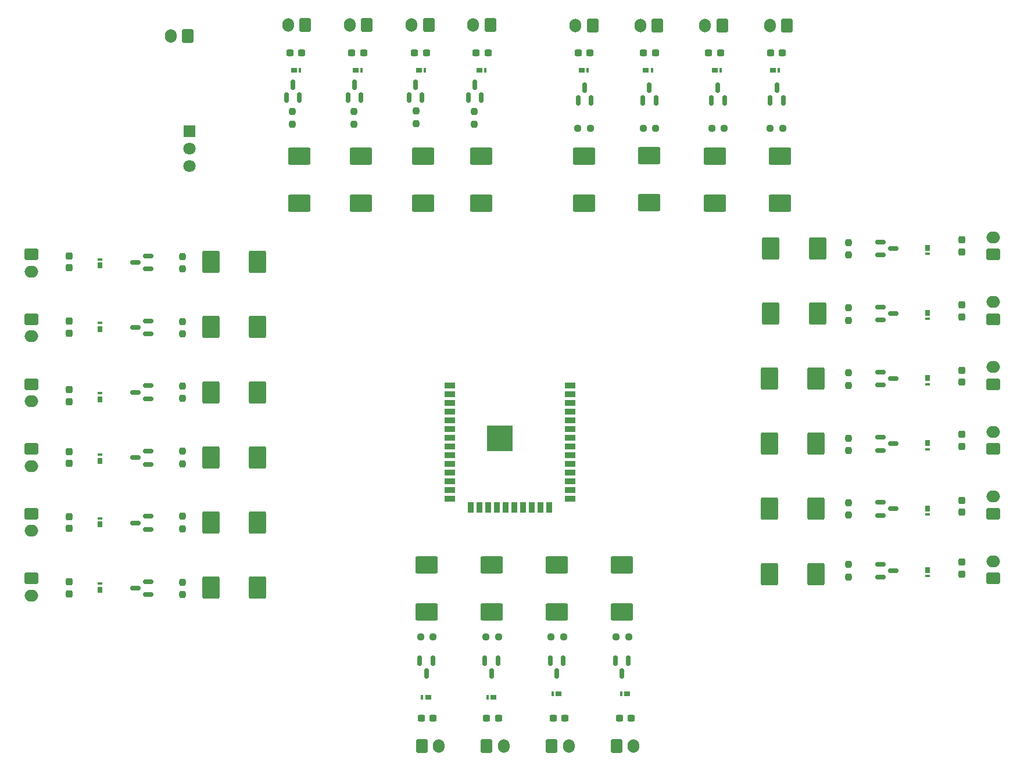
<source format=gbr>
%TF.GenerationSoftware,KiCad,Pcbnew,8.0.3*%
%TF.CreationDate,2024-07-05T07:33:57-06:00*%
%TF.ProjectId,Master of Dungeons,4d617374-6572-4206-9f66-2044756e6765,rev?*%
%TF.SameCoordinates,Original*%
%TF.FileFunction,Soldermask,Top*%
%TF.FilePolarity,Negative*%
%FSLAX46Y46*%
G04 Gerber Fmt 4.6, Leading zero omitted, Abs format (unit mm)*
G04 Created by KiCad (PCBNEW 8.0.3) date 2024-07-05 07:33:57*
%MOMM*%
%LPD*%
G01*
G04 APERTURE LIST*
G04 Aperture macros list*
%AMRoundRect*
0 Rectangle with rounded corners*
0 $1 Rounding radius*
0 $2 $3 $4 $5 $6 $7 $8 $9 X,Y pos of 4 corners*
0 Add a 4 corners polygon primitive as box body*
4,1,4,$2,$3,$4,$5,$6,$7,$8,$9,$2,$3,0*
0 Add four circle primitives for the rounded corners*
1,1,$1+$1,$2,$3*
1,1,$1+$1,$4,$5*
1,1,$1+$1,$6,$7*
1,1,$1+$1,$8,$9*
0 Add four rect primitives between the rounded corners*
20,1,$1+$1,$2,$3,$4,$5,0*
20,1,$1+$1,$4,$5,$6,$7,0*
20,1,$1+$1,$6,$7,$8,$9,0*
20,1,$1+$1,$8,$9,$2,$3,0*%
G04 Aperture macros list end*
%ADD10RoundRect,0.237500X-0.300000X-0.237500X0.300000X-0.237500X0.300000X0.237500X-0.300000X0.237500X0*%
%ADD11RoundRect,0.237500X-0.237500X0.250000X-0.237500X-0.250000X0.237500X-0.250000X0.237500X0.250000X0*%
%ADD12RoundRect,0.237500X0.237500X-0.300000X0.237500X0.300000X-0.237500X0.300000X-0.237500X-0.300000X0*%
%ADD13RoundRect,0.237500X-0.237500X0.300000X-0.237500X-0.300000X0.237500X-0.300000X0.237500X0.300000X0*%
%ADD14RoundRect,0.075000X0.275000X-0.390000X0.275000X0.390000X-0.275000X0.390000X-0.275000X-0.390000X0*%
%ADD15RoundRect,0.075000X0.275000X-0.075000X0.275000X0.075000X-0.275000X0.075000X-0.275000X-0.075000X0*%
%ADD16RoundRect,0.237500X0.237500X-0.250000X0.237500X0.250000X-0.237500X0.250000X-0.237500X-0.250000X0*%
%ADD17RoundRect,0.075000X-0.275000X0.390000X-0.275000X-0.390000X0.275000X-0.390000X0.275000X0.390000X0*%
%ADD18RoundRect,0.075000X-0.275000X0.075000X-0.275000X-0.075000X0.275000X-0.075000X0.275000X0.075000X0*%
%ADD19RoundRect,0.150000X-0.150000X0.587500X-0.150000X-0.587500X0.150000X-0.587500X0.150000X0.587500X0*%
%ADD20RoundRect,0.150000X0.587500X0.150000X-0.587500X0.150000X-0.587500X-0.150000X0.587500X-0.150000X0*%
%ADD21RoundRect,0.250000X1.000000X-1.400000X1.000000X1.400000X-1.000000X1.400000X-1.000000X-1.400000X0*%
%ADD22RoundRect,0.250000X0.750000X-0.600000X0.750000X0.600000X-0.750000X0.600000X-0.750000X-0.600000X0*%
%ADD23O,2.000000X1.700000*%
%ADD24RoundRect,0.250000X0.600000X0.750000X-0.600000X0.750000X-0.600000X-0.750000X0.600000X-0.750000X0*%
%ADD25O,1.700000X2.000000*%
%ADD26RoundRect,0.250000X-1.000000X1.400000X-1.000000X-1.400000X1.000000X-1.400000X1.000000X1.400000X0*%
%ADD27RoundRect,0.250000X-1.400000X-1.000000X1.400000X-1.000000X1.400000X1.000000X-1.400000X1.000000X0*%
%ADD28RoundRect,0.237500X-0.250000X-0.237500X0.250000X-0.237500X0.250000X0.237500X-0.250000X0.237500X0*%
%ADD29RoundRect,0.150000X0.150000X-0.587500X0.150000X0.587500X-0.150000X0.587500X-0.150000X-0.587500X0*%
%ADD30RoundRect,0.250000X1.400000X1.000000X-1.400000X1.000000X-1.400000X-1.000000X1.400000X-1.000000X0*%
%ADD31RoundRect,0.075000X0.390000X0.275000X-0.390000X0.275000X-0.390000X-0.275000X0.390000X-0.275000X0*%
%ADD32RoundRect,0.075000X0.075000X0.275000X-0.075000X0.275000X-0.075000X-0.275000X0.075000X-0.275000X0*%
%ADD33RoundRect,0.250000X-0.750000X0.600000X-0.750000X-0.600000X0.750000X-0.600000X0.750000X0.600000X0*%
%ADD34RoundRect,0.250000X-0.600000X-0.750000X0.600000X-0.750000X0.600000X0.750000X-0.600000X0.750000X0*%
%ADD35RoundRect,0.150000X-0.587500X-0.150000X0.587500X-0.150000X0.587500X0.150000X-0.587500X0.150000X0*%
%ADD36R,1.800000X1.800000*%
%ADD37C,1.800000*%
%ADD38RoundRect,0.075000X-0.390000X-0.275000X0.390000X-0.275000X0.390000X0.275000X-0.390000X0.275000X0*%
%ADD39RoundRect,0.075000X-0.075000X-0.275000X0.075000X-0.275000X0.075000X0.275000X-0.075000X0.275000X0*%
%ADD40RoundRect,0.237500X0.300000X0.237500X-0.300000X0.237500X-0.300000X-0.237500X0.300000X-0.237500X0*%
%ADD41R,1.500000X0.900000*%
%ADD42R,0.900000X1.500000*%
%ADD43C,0.600000*%
%ADD44R,3.800000X3.800000*%
G04 APERTURE END LIST*
D10*
%TO.C,C24*%
X178637500Y-35500000D03*
X180362500Y-35500000D03*
%TD*%
D11*
%TO.C,R14*%
X102000000Y-84087500D03*
X102000000Y-85912500D03*
%TD*%
D12*
%TO.C,C16*%
X85500000Y-95362500D03*
X85500000Y-93637500D03*
%TD*%
D13*
%TO.C,C10*%
X215500000Y-100775000D03*
X215500000Y-102500000D03*
%TD*%
D14*
%TO.C,D26*%
X90000000Y-75785000D03*
D15*
X90000000Y-74900000D03*
%TD*%
D16*
%TO.C,R4*%
X136000000Y-45825000D03*
X136000000Y-44000000D03*
%TD*%
D17*
%TO.C,D16*%
X210500000Y-92430000D03*
D18*
X210500000Y-93315000D03*
%TD*%
D19*
%TO.C,Q20*%
X157450000Y-124125000D03*
X155550000Y-124125000D03*
X156500000Y-126000000D03*
%TD*%
D20*
%TO.C,Q13*%
X97000000Y-76500000D03*
X97000000Y-74600000D03*
X95125000Y-75550000D03*
%TD*%
D21*
%TO.C,D29*%
X106100000Y-94500000D03*
X112900000Y-94500000D03*
%TD*%
D22*
%TO.C,J23*%
X220050000Y-102700000D03*
D23*
X220050000Y-100200000D03*
%TD*%
D24*
%TO.C,J2*%
X137850000Y-31450000D03*
D25*
X135350000Y-31450000D03*
%TD*%
D10*
%TO.C,C3*%
X117637500Y-35500000D03*
X119362500Y-35500000D03*
%TD*%
D26*
%TO.C,D19*%
X194300000Y-111500000D03*
X187500000Y-111500000D03*
%TD*%
D27*
%TO.C,D9*%
X145500000Y-50600000D03*
X145500000Y-57400000D03*
%TD*%
D24*
%TO.C,J15*%
X190070000Y-31490000D03*
D25*
X187570000Y-31490000D03*
%TD*%
D28*
%TO.C,R18*%
X136675000Y-120700000D03*
X138500000Y-120700000D03*
%TD*%
D26*
%TO.C,D3*%
X194500000Y-64000000D03*
X187700000Y-64000000D03*
%TD*%
D11*
%TO.C,R10*%
X199000000Y-110087500D03*
X199000000Y-111912500D03*
%TD*%
D21*
%TO.C,D23*%
X106100000Y-66000000D03*
X112900000Y-66000000D03*
%TD*%
D27*
%TO.C,D1*%
X137000000Y-50600000D03*
X137000000Y-57400000D03*
%TD*%
D29*
%TO.C,Q2*%
X117100000Y-42000000D03*
X119000000Y-42000000D03*
X118050000Y-40125000D03*
%TD*%
%TO.C,Q24*%
X169050000Y-42437500D03*
X170950000Y-42437500D03*
X170000000Y-40562500D03*
%TD*%
D16*
%TO.C,R1*%
X144500000Y-45912500D03*
X144500000Y-44087500D03*
%TD*%
D11*
%TO.C,R15*%
X102000000Y-93587500D03*
X102000000Y-95412500D03*
%TD*%
D16*
%TO.C,R2*%
X118000000Y-45912500D03*
X118000000Y-44087500D03*
%TD*%
D30*
%TO.C,D35*%
X137500000Y-117000000D03*
X137500000Y-110200000D03*
%TD*%
D22*
%TO.C,J22*%
X220050000Y-93250000D03*
D23*
X220050000Y-90750000D03*
%TD*%
D24*
%TO.C,J3*%
X128850000Y-31450000D03*
D25*
X126350000Y-31450000D03*
%TD*%
D31*
%TO.C,D38*%
X147285000Y-129500000D03*
D32*
X146400000Y-129500000D03*
%TD*%
D11*
%TO.C,R6*%
X199000000Y-72675000D03*
X199000000Y-74500000D03*
%TD*%
D29*
%TO.C,Q25*%
X159612500Y-42437500D03*
X161512500Y-42437500D03*
X160562500Y-40562500D03*
%TD*%
%TO.C,Q5*%
X143600000Y-42000000D03*
X145500000Y-42000000D03*
X144550000Y-40125000D03*
%TD*%
D14*
%TO.C,D28*%
X90000000Y-86000000D03*
D15*
X90000000Y-85115000D03*
%TD*%
D33*
%TO.C,J8*%
X79950000Y-93250000D03*
D23*
X79950000Y-95750000D03*
%TD*%
D28*
%TO.C,R23*%
X179087500Y-46500000D03*
X180912500Y-46500000D03*
%TD*%
D17*
%TO.C,D10*%
X210500000Y-63930000D03*
D18*
X210500000Y-64815000D03*
%TD*%
D24*
%TO.C,J4*%
X119850000Y-31450000D03*
D25*
X117350000Y-31450000D03*
%TD*%
D29*
%TO.C,Q22*%
X187612500Y-42437500D03*
X189512500Y-42437500D03*
X188562500Y-40562500D03*
%TD*%
D34*
%TO.C,J14*%
X165200000Y-136550000D03*
D25*
X167700000Y-136550000D03*
%TD*%
D35*
%TO.C,Q6*%
X203625000Y-72550000D03*
X203625000Y-74450000D03*
X205500000Y-73500000D03*
%TD*%
D22*
%TO.C,J19*%
X220080000Y-64890000D03*
D23*
X220080000Y-62390000D03*
%TD*%
D30*
%TO.C,D37*%
X147000000Y-117000000D03*
X147000000Y-110200000D03*
%TD*%
D36*
%TO.C,U2*%
X102980000Y-46950000D03*
D37*
X102980000Y-49490000D03*
X102980000Y-52030000D03*
%TD*%
D13*
%TO.C,C6*%
X215500000Y-62775000D03*
X215500000Y-64500000D03*
%TD*%
D38*
%TO.C,D50*%
X160115000Y-38000000D03*
D39*
X161000000Y-38000000D03*
%TD*%
D26*
%TO.C,D13*%
X194300000Y-83000000D03*
X187500000Y-83000000D03*
%TD*%
%TO.C,D17*%
X194300000Y-102000000D03*
X187500000Y-102000000D03*
%TD*%
D10*
%TO.C,C23*%
X187637500Y-35500000D03*
X189362500Y-35500000D03*
%TD*%
D33*
%TO.C,J9*%
X79950000Y-102700000D03*
D23*
X79950000Y-105200000D03*
%TD*%
D40*
%TO.C,C19*%
X138500000Y-132500000D03*
X136775000Y-132500000D03*
%TD*%
D35*
%TO.C,Q7*%
X203625000Y-82050000D03*
X203625000Y-83950000D03*
X205500000Y-83000000D03*
%TD*%
D16*
%TO.C,R3*%
X127000000Y-45912500D03*
X127000000Y-44087500D03*
%TD*%
D11*
%TO.C,R8*%
X199000000Y-91675000D03*
X199000000Y-93500000D03*
%TD*%
D34*
%TO.C,J12*%
X146300000Y-136550000D03*
D25*
X148800000Y-136550000D03*
%TD*%
D29*
%TO.C,Q1*%
X135000000Y-42000000D03*
X136900000Y-42000000D03*
X135950000Y-40125000D03*
%TD*%
D13*
%TO.C,C9*%
X215500000Y-91137500D03*
X215500000Y-92862500D03*
%TD*%
D17*
%TO.C,D18*%
X210500000Y-101930000D03*
D18*
X210500000Y-102815000D03*
%TD*%
D40*
%TO.C,C22*%
X167362500Y-132500000D03*
X165637500Y-132500000D03*
%TD*%
D26*
%TO.C,D11*%
X194500000Y-73500000D03*
X187700000Y-73500000D03*
%TD*%
D35*
%TO.C,Q4*%
X203625000Y-63100000D03*
X203625000Y-65000000D03*
X205500000Y-64050000D03*
%TD*%
D24*
%TO.C,J1*%
X146850000Y-31450000D03*
D25*
X144350000Y-31450000D03*
%TD*%
D38*
%TO.C,D2*%
X145215000Y-38000000D03*
D39*
X146100000Y-38000000D03*
%TD*%
D28*
%TO.C,R20*%
X155675000Y-120700000D03*
X157500000Y-120700000D03*
%TD*%
D27*
%TO.C,D45*%
X179500000Y-50600000D03*
X179500000Y-57400000D03*
%TD*%
D17*
%TO.C,D14*%
X210500000Y-82930000D03*
D18*
X210500000Y-83815000D03*
%TD*%
D38*
%TO.C,D48*%
X169500000Y-38000000D03*
D39*
X170385000Y-38000000D03*
%TD*%
D30*
%TO.C,D39*%
X156500000Y-117000000D03*
X156500000Y-110200000D03*
%TD*%
D21*
%TO.C,D31*%
X106100000Y-104000000D03*
X112900000Y-104000000D03*
%TD*%
D20*
%TO.C,Q16*%
X97000000Y-105000000D03*
X97000000Y-103100000D03*
X95125000Y-104050000D03*
%TD*%
D35*
%TO.C,Q9*%
X203625000Y-101050000D03*
X203625000Y-102950000D03*
X205500000Y-102000000D03*
%TD*%
D27*
%TO.C,D5*%
X119000000Y-50600000D03*
X119000000Y-57400000D03*
%TD*%
D33*
%TO.C,J6*%
X79950000Y-74350000D03*
D23*
X79950000Y-76850000D03*
%TD*%
D10*
%TO.C,C1*%
X144775000Y-35500000D03*
X146500000Y-35500000D03*
%TD*%
D13*
%TO.C,C11*%
X215500000Y-109775000D03*
X215500000Y-111500000D03*
%TD*%
D14*
%TO.C,D34*%
X90000000Y-113785000D03*
D15*
X90000000Y-112900000D03*
%TD*%
D27*
%TO.C,D49*%
X160500000Y-50600000D03*
X160500000Y-57400000D03*
%TD*%
D12*
%TO.C,C17*%
X85500000Y-104862500D03*
X85500000Y-103137500D03*
%TD*%
D38*
%TO.C,D6*%
X127215000Y-38000000D03*
D39*
X128100000Y-38000000D03*
%TD*%
D30*
%TO.C,D41*%
X166000000Y-117000000D03*
X166000000Y-110200000D03*
%TD*%
D20*
%TO.C,Q15*%
X97000000Y-95500000D03*
X97000000Y-93600000D03*
X95125000Y-94550000D03*
%TD*%
D38*
%TO.C,D4*%
X118215000Y-38000000D03*
D39*
X119100000Y-38000000D03*
%TD*%
D29*
%TO.C,Q3*%
X126100000Y-42000000D03*
X128000000Y-42000000D03*
X127050000Y-40125000D03*
%TD*%
D17*
%TO.C,D12*%
X210500000Y-73430000D03*
D18*
X210500000Y-74315000D03*
%TD*%
D33*
%TO.C,J7*%
X79950000Y-83800000D03*
D23*
X79950000Y-86300000D03*
%TD*%
D31*
%TO.C,D36*%
X137785000Y-129500000D03*
D32*
X136900000Y-129500000D03*
%TD*%
D10*
%TO.C,C26*%
X159637500Y-35500000D03*
X161362500Y-35500000D03*
%TD*%
D40*
%TO.C,C21*%
X157725000Y-132500000D03*
X156000000Y-132500000D03*
%TD*%
D22*
%TO.C,J20*%
X220050000Y-74350000D03*
D23*
X220050000Y-71850000D03*
%TD*%
D24*
%TO.C,J17*%
X171170000Y-31490000D03*
D25*
X168670000Y-31490000D03*
%TD*%
D40*
%TO.C,C20*%
X148000000Y-132500000D03*
X146275000Y-132500000D03*
%TD*%
D28*
%TO.C,R21*%
X165175000Y-120700000D03*
X167000000Y-120700000D03*
%TD*%
D21*
%TO.C,D27*%
X106100000Y-85000000D03*
X112900000Y-85000000D03*
%TD*%
D28*
%TO.C,R22*%
X187587500Y-46500000D03*
X189412500Y-46500000D03*
%TD*%
D21*
%TO.C,D33*%
X106100000Y-113500000D03*
X112900000Y-113500000D03*
%TD*%
D27*
%TO.C,D7*%
X128000000Y-50600000D03*
X128000000Y-57400000D03*
%TD*%
D29*
%TO.C,Q23*%
X179050000Y-42437500D03*
X180950000Y-42437500D03*
X180000000Y-40562500D03*
%TD*%
D28*
%TO.C,R19*%
X146175000Y-120700000D03*
X148000000Y-120700000D03*
%TD*%
D10*
%TO.C,C25*%
X169137500Y-35500000D03*
X170862500Y-35500000D03*
%TD*%
D27*
%TO.C,D43*%
X189000000Y-50600000D03*
X189000000Y-57400000D03*
%TD*%
D38*
%TO.C,D44*%
X188000000Y-38000000D03*
D39*
X188885000Y-38000000D03*
%TD*%
D26*
%TO.C,D15*%
X194300000Y-92500000D03*
X187500000Y-92500000D03*
%TD*%
D11*
%TO.C,R5*%
X199000000Y-63175000D03*
X199000000Y-65000000D03*
%TD*%
D10*
%TO.C,C4*%
X126637500Y-35500000D03*
X128362500Y-35500000D03*
%TD*%
D11*
%TO.C,R16*%
X102000000Y-103087500D03*
X102000000Y-104912500D03*
%TD*%
D10*
%TO.C,C5*%
X135775000Y-35500000D03*
X137500000Y-35500000D03*
%TD*%
D22*
%TO.C,J24*%
X220050000Y-112150000D03*
D23*
X220050000Y-109650000D03*
%TD*%
D11*
%TO.C,R9*%
X199000000Y-101087500D03*
X199000000Y-102912500D03*
%TD*%
%TO.C,R12*%
X102000000Y-65175000D03*
X102000000Y-67000000D03*
%TD*%
D34*
%TO.C,J11*%
X136850000Y-136550000D03*
D25*
X139350000Y-136550000D03*
%TD*%
D19*
%TO.C,Q18*%
X138450000Y-124125000D03*
X136550000Y-124125000D03*
X137500000Y-126000000D03*
%TD*%
D41*
%TO.C,U1*%
X140960000Y-83995000D03*
X140960000Y-85265000D03*
X140960000Y-86535000D03*
X140960000Y-87805000D03*
X140960000Y-89075000D03*
X140960000Y-90345000D03*
X140960000Y-91615000D03*
X140960000Y-92885000D03*
X140960000Y-94155000D03*
X140960000Y-95425000D03*
X140960000Y-96695000D03*
X140960000Y-97965000D03*
X140960000Y-99235000D03*
X140960000Y-100505000D03*
D42*
X144000000Y-101755000D03*
X145270000Y-101755000D03*
X146540000Y-101755000D03*
X147810000Y-101755000D03*
X149080000Y-101755000D03*
X150350000Y-101755000D03*
X151620000Y-101755000D03*
X152890000Y-101755000D03*
X154160000Y-101755000D03*
X155430000Y-101755000D03*
D41*
X158460000Y-100505000D03*
X158460000Y-99235000D03*
X158460000Y-97965000D03*
X158460000Y-96695000D03*
X158460000Y-95425000D03*
X158460000Y-94155000D03*
X158460000Y-92885000D03*
X158460000Y-91615000D03*
X158460000Y-90345000D03*
X158460000Y-89075000D03*
X158460000Y-87805000D03*
X158460000Y-86535000D03*
X158460000Y-85265000D03*
X158460000Y-83995000D03*
D43*
X146810000Y-91015000D03*
X146810000Y-92415000D03*
X147510000Y-90315000D03*
X147510000Y-91715000D03*
X147510000Y-93115000D03*
X148185000Y-91015000D03*
X148185000Y-92415000D03*
D44*
X148210000Y-91715000D03*
D43*
X148910000Y-90315000D03*
X148910000Y-91715000D03*
X148910000Y-93115000D03*
X149610000Y-91015000D03*
X149610000Y-92415000D03*
%TD*%
D19*
%TO.C,Q19*%
X147950000Y-124125000D03*
X146050000Y-124125000D03*
X147000000Y-126000000D03*
%TD*%
D13*
%TO.C,C8*%
X215500000Y-81775000D03*
X215500000Y-83500000D03*
%TD*%
D33*
%TO.C,J5*%
X79950000Y-64900000D03*
D23*
X79950000Y-67400000D03*
%TD*%
D20*
%TO.C,Q17*%
X97000000Y-114500000D03*
X97000000Y-112600000D03*
X95125000Y-113550000D03*
%TD*%
D21*
%TO.C,D25*%
X106100000Y-75500000D03*
X112900000Y-75500000D03*
%TD*%
D11*
%TO.C,R13*%
X102000000Y-74675000D03*
X102000000Y-76500000D03*
%TD*%
D28*
%TO.C,R24*%
X169087500Y-46500000D03*
X170912500Y-46500000D03*
%TD*%
%TO.C,R25*%
X159587500Y-46500000D03*
X161412500Y-46500000D03*
%TD*%
D38*
%TO.C,D46*%
X179500000Y-38000000D03*
D39*
X180385000Y-38000000D03*
%TD*%
D14*
%TO.C,D24*%
X90000000Y-66500000D03*
D15*
X90000000Y-65615000D03*
%TD*%
D27*
%TO.C,D47*%
X170000000Y-50500000D03*
X170000000Y-57300000D03*
%TD*%
D19*
%TO.C,Q21*%
X166950000Y-124125000D03*
X165050000Y-124125000D03*
X166000000Y-126000000D03*
%TD*%
D31*
%TO.C,D40*%
X156785000Y-129000000D03*
D32*
X155900000Y-129000000D03*
%TD*%
D12*
%TO.C,C13*%
X85500000Y-66862500D03*
X85500000Y-65137500D03*
%TD*%
D31*
%TO.C,D42*%
X166785000Y-129000000D03*
D32*
X165900000Y-129000000D03*
%TD*%
D35*
%TO.C,Q10*%
X203625000Y-110050000D03*
X203625000Y-111950000D03*
X205500000Y-111000000D03*
%TD*%
%TO.C,Q8*%
X203625000Y-91550000D03*
X203625000Y-93450000D03*
X205500000Y-92500000D03*
%TD*%
D13*
%TO.C,C7*%
X215500000Y-72275000D03*
X215500000Y-74000000D03*
%TD*%
D38*
%TO.C,D8*%
X136430000Y-38000000D03*
D39*
X137315000Y-38000000D03*
%TD*%
D14*
%TO.C,D30*%
X90000000Y-95000000D03*
D15*
X90000000Y-94115000D03*
%TD*%
D24*
%TO.C,J16*%
X180620000Y-31490000D03*
D25*
X178120000Y-31490000D03*
%TD*%
D12*
%TO.C,C14*%
X85500000Y-76362500D03*
X85500000Y-74637500D03*
%TD*%
D11*
%TO.C,R17*%
X102000000Y-112675000D03*
X102000000Y-114500000D03*
%TD*%
D12*
%TO.C,C15*%
X85500000Y-86362500D03*
X85500000Y-84637500D03*
%TD*%
D14*
%TO.C,D32*%
X90000000Y-104285000D03*
D15*
X90000000Y-103400000D03*
%TD*%
D24*
%TO.C,J18*%
X161720000Y-31490000D03*
D25*
X159220000Y-31490000D03*
%TD*%
D34*
%TO.C,J13*%
X155750000Y-136550000D03*
D25*
X158250000Y-136550000D03*
%TD*%
D20*
%TO.C,Q12*%
X97000000Y-67000000D03*
X97000000Y-65100000D03*
X95125000Y-66050000D03*
%TD*%
D33*
%TO.C,J10*%
X79950000Y-112150000D03*
D23*
X79950000Y-114650000D03*
%TD*%
D22*
%TO.C,J21*%
X220050000Y-83800000D03*
D23*
X220050000Y-81300000D03*
%TD*%
D20*
%TO.C,Q14*%
X97000000Y-85950000D03*
X97000000Y-84050000D03*
X95125000Y-85000000D03*
%TD*%
D12*
%TO.C,C18*%
X85500000Y-114362500D03*
X85500000Y-112637500D03*
%TD*%
D11*
%TO.C,R7*%
X199000000Y-82175000D03*
X199000000Y-84000000D03*
%TD*%
D17*
%TO.C,D20*%
X210500000Y-110930000D03*
D18*
X210500000Y-111815000D03*
%TD*%
D24*
%TO.C,J25*%
X102750000Y-33050000D03*
D25*
X100250000Y-33050000D03*
%TD*%
M02*

</source>
